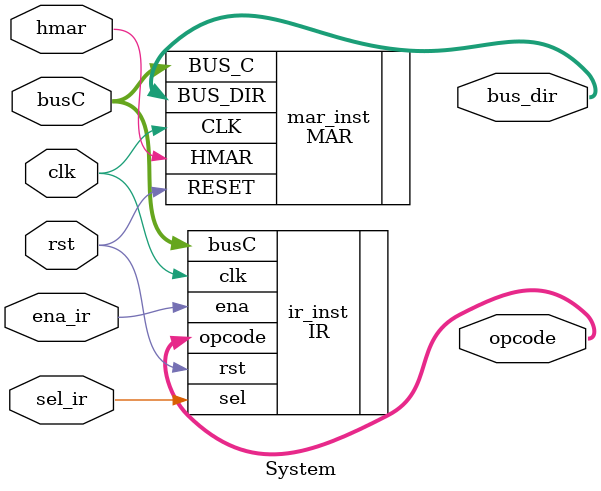
<source format=v>
module System (
    input wire clk,
    input wire rst,
    input wire ena_ir,
    input wire sel_ir,
    input wire hmar,
    input wire [7:0] busC,
    output wire [4:0] opcode,
    output wire [7:0] bus_dir
);

    // Instancia de IR
    IR ir_inst (
        .clk(clk),
        .rst(rst),
        .ena(ena_ir),
        .sel(sel_ir),
        .busC(busC),
        .opcode(opcode)
    );

    // Instancia de MAR
    MAR mar_inst (
        .CLK(clk),
        .RESET(rst),
        .BUS_C(busC),
        .HMAR(hmar),
        .BUS_DIR(bus_dir)
    );

endmodule

</source>
